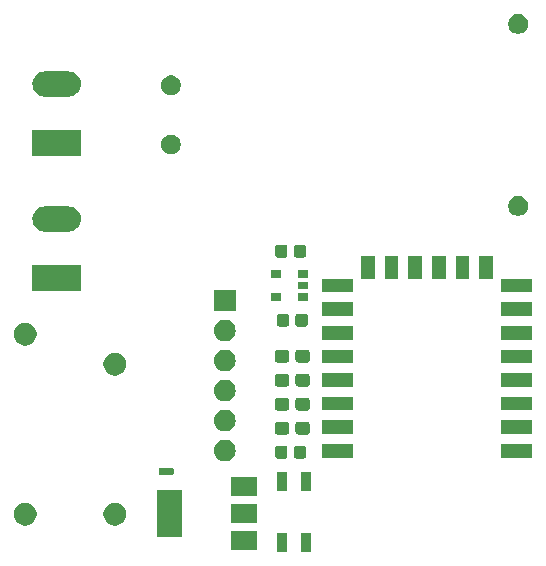
<source format=gts>
G04 #@! TF.GenerationSoftware,KiCad,Pcbnew,5.0.2-bee76a0~70~ubuntu18.04.1*
G04 #@! TF.CreationDate,2019-01-14T20:29:46+01:00*
G04 #@! TF.ProjectId,AC Relay,41432052-656c-4617-992e-6b696361645f,rev?*
G04 #@! TF.SameCoordinates,PX41672a0PY5c0c740*
G04 #@! TF.FileFunction,Soldermask,Top*
G04 #@! TF.FilePolarity,Negative*
%FSLAX46Y46*%
G04 Gerber Fmt 4.6, Leading zero omitted, Abs format (unit mm)*
G04 Created by KiCad (PCBNEW 5.0.2-bee76a0~70~ubuntu18.04.1) date lun 14 ene 2019 20:29:46 CET*
%MOMM*%
%LPD*%
G01*
G04 APERTURE LIST*
%ADD10C,0.100000*%
G04 APERTURE END LIST*
D10*
G36*
X26603000Y1446000D02*
X25753000Y1446000D01*
X25753000Y3046000D01*
X26603000Y3046000D01*
X26603000Y1446000D01*
X26603000Y1446000D01*
G37*
G36*
X28603000Y1446000D02*
X27753000Y1446000D01*
X27753000Y3046000D01*
X28603000Y3046000D01*
X28603000Y1446000D01*
X28603000Y1446000D01*
G37*
G36*
X24037000Y1574000D02*
X21887000Y1574000D01*
X21887000Y3224000D01*
X24037000Y3224000D01*
X24037000Y1574000D01*
X24037000Y1574000D01*
G37*
G36*
X17737000Y2724000D02*
X15587000Y2724000D01*
X15587000Y6674000D01*
X17737000Y6674000D01*
X17737000Y2724000D01*
X17737000Y2724000D01*
G37*
G36*
X4719397Y5592532D02*
X4896836Y5519034D01*
X5056527Y5412332D01*
X5192332Y5276527D01*
X5299034Y5116836D01*
X5372532Y4939397D01*
X5410000Y4751029D01*
X5410000Y4558971D01*
X5372532Y4370603D01*
X5299034Y4193164D01*
X5192332Y4033473D01*
X5056527Y3897668D01*
X4896836Y3790966D01*
X4719397Y3717468D01*
X4531029Y3680000D01*
X4338971Y3680000D01*
X4150603Y3717468D01*
X3973164Y3790966D01*
X3813473Y3897668D01*
X3677668Y4033473D01*
X3570966Y4193164D01*
X3497468Y4370603D01*
X3460000Y4558971D01*
X3460000Y4751029D01*
X3497468Y4939397D01*
X3570966Y5116836D01*
X3677668Y5276527D01*
X3813473Y5412332D01*
X3973164Y5519034D01*
X4150603Y5592532D01*
X4338971Y5630000D01*
X4531029Y5630000D01*
X4719397Y5592532D01*
X4719397Y5592532D01*
G37*
G36*
X12319397Y5592532D02*
X12496836Y5519034D01*
X12656527Y5412332D01*
X12792332Y5276527D01*
X12899034Y5116836D01*
X12972532Y4939397D01*
X13010000Y4751029D01*
X13010000Y4558971D01*
X12972532Y4370603D01*
X12899034Y4193164D01*
X12792332Y4033473D01*
X12656527Y3897668D01*
X12496836Y3790966D01*
X12319397Y3717468D01*
X12131029Y3680000D01*
X11938971Y3680000D01*
X11750603Y3717468D01*
X11573164Y3790966D01*
X11413473Y3897668D01*
X11277668Y4033473D01*
X11170966Y4193164D01*
X11097468Y4370603D01*
X11060000Y4558971D01*
X11060000Y4751029D01*
X11097468Y4939397D01*
X11170966Y5116836D01*
X11277668Y5276527D01*
X11413473Y5412332D01*
X11573164Y5519034D01*
X11750603Y5592532D01*
X11938971Y5630000D01*
X12131029Y5630000D01*
X12319397Y5592532D01*
X12319397Y5592532D01*
G37*
G36*
X24037000Y3874000D02*
X21887000Y3874000D01*
X21887000Y5524000D01*
X24037000Y5524000D01*
X24037000Y3874000D01*
X24037000Y3874000D01*
G37*
G36*
X24037000Y6174000D02*
X21887000Y6174000D01*
X21887000Y7824000D01*
X24037000Y7824000D01*
X24037000Y6174000D01*
X24037000Y6174000D01*
G37*
G36*
X28603000Y6606000D02*
X27753000Y6606000D01*
X27753000Y8206000D01*
X28603000Y8206000D01*
X28603000Y6606000D01*
X28603000Y6606000D01*
G37*
G36*
X26603000Y6606000D02*
X25753000Y6606000D01*
X25753000Y8206000D01*
X26603000Y8206000D01*
X26603000Y6606000D01*
X26603000Y6606000D01*
G37*
G36*
X16307512Y8527966D02*
X16321470Y8523732D01*
X16324076Y8522339D01*
X16346715Y8512962D01*
X16370749Y8508182D01*
X16395253Y8508182D01*
X16419286Y8512963D01*
X16441924Y8522339D01*
X16444530Y8523732D01*
X16458488Y8527966D01*
X16479140Y8530000D01*
X16926860Y8530000D01*
X16947512Y8527966D01*
X16961471Y8523732D01*
X16974333Y8516857D01*
X16985605Y8507605D01*
X16994857Y8496333D01*
X17001732Y8483471D01*
X17005966Y8469512D01*
X17008000Y8448860D01*
X17008000Y8061140D01*
X17005966Y8040488D01*
X17001732Y8026529D01*
X16994857Y8013667D01*
X16985605Y8002395D01*
X16974333Y7993143D01*
X16961471Y7986268D01*
X16947512Y7982034D01*
X16926860Y7980000D01*
X16479140Y7980000D01*
X16458488Y7982034D01*
X16444530Y7986268D01*
X16441924Y7987661D01*
X16419285Y7997038D01*
X16395251Y8001818D01*
X16370747Y8001818D01*
X16346714Y7997037D01*
X16324076Y7987661D01*
X16321470Y7986268D01*
X16307512Y7982034D01*
X16286860Y7980000D01*
X15839140Y7980000D01*
X15818488Y7982034D01*
X15804529Y7986268D01*
X15791667Y7993143D01*
X15780395Y8002395D01*
X15771143Y8013667D01*
X15764268Y8026529D01*
X15760034Y8040488D01*
X15758000Y8061140D01*
X15758000Y8448860D01*
X15760034Y8469512D01*
X15764268Y8483471D01*
X15771143Y8496333D01*
X15780395Y8507605D01*
X15791667Y8516857D01*
X15804529Y8523732D01*
X15818488Y8527966D01*
X15839140Y8530000D01*
X16286860Y8530000D01*
X16307512Y8527966D01*
X16307512Y8527966D01*
G37*
G36*
X21517330Y10944616D02*
X21691696Y10891723D01*
X21852390Y10805830D01*
X21993238Y10690238D01*
X22108830Y10549390D01*
X22194723Y10388696D01*
X22247616Y10214330D01*
X22265475Y10033000D01*
X22247616Y9851670D01*
X22194723Y9677304D01*
X22108830Y9516610D01*
X21993238Y9375762D01*
X21852390Y9260170D01*
X21691696Y9174277D01*
X21517330Y9121384D01*
X21381438Y9108000D01*
X21290562Y9108000D01*
X21154670Y9121384D01*
X20980304Y9174277D01*
X20819610Y9260170D01*
X20678762Y9375762D01*
X20563170Y9516610D01*
X20477277Y9677304D01*
X20424384Y9851670D01*
X20406525Y10033000D01*
X20424384Y10214330D01*
X20477277Y10388696D01*
X20563170Y10549390D01*
X20678762Y10690238D01*
X20819610Y10805830D01*
X20980304Y10891723D01*
X21154670Y10944616D01*
X21290562Y10958000D01*
X21381438Y10958000D01*
X21517330Y10944616D01*
X21517330Y10944616D01*
G37*
G36*
X26492931Y10451684D02*
X26529163Y10440693D01*
X26562554Y10422845D01*
X26591824Y10398824D01*
X26615845Y10369554D01*
X26633693Y10336163D01*
X26644684Y10299931D01*
X26649000Y10256109D01*
X26649000Y9555891D01*
X26644684Y9512069D01*
X26633693Y9475837D01*
X26615845Y9442446D01*
X26591824Y9413176D01*
X26562554Y9389155D01*
X26529163Y9371307D01*
X26492931Y9360316D01*
X26449109Y9356000D01*
X25823891Y9356000D01*
X25780069Y9360316D01*
X25743837Y9371307D01*
X25710446Y9389155D01*
X25681176Y9413176D01*
X25657155Y9442446D01*
X25639307Y9475837D01*
X25628316Y9512069D01*
X25624000Y9555891D01*
X25624000Y10256109D01*
X25628316Y10299931D01*
X25639307Y10336163D01*
X25657155Y10369554D01*
X25681176Y10398824D01*
X25710446Y10422845D01*
X25743837Y10440693D01*
X25780069Y10451684D01*
X25823891Y10456000D01*
X26449109Y10456000D01*
X26492931Y10451684D01*
X26492931Y10451684D01*
G37*
G36*
X28067931Y10451684D02*
X28104163Y10440693D01*
X28137554Y10422845D01*
X28166824Y10398824D01*
X28190845Y10369554D01*
X28208693Y10336163D01*
X28219684Y10299931D01*
X28224000Y10256109D01*
X28224000Y9555891D01*
X28219684Y9512069D01*
X28208693Y9475837D01*
X28190845Y9442446D01*
X28166824Y9413176D01*
X28137554Y9389155D01*
X28104163Y9371307D01*
X28067931Y9360316D01*
X28024109Y9356000D01*
X27398891Y9356000D01*
X27355069Y9360316D01*
X27318837Y9371307D01*
X27285446Y9389155D01*
X27256176Y9413176D01*
X27232155Y9442446D01*
X27214307Y9475837D01*
X27203316Y9512069D01*
X27199000Y9555891D01*
X27199000Y10256109D01*
X27203316Y10299931D01*
X27214307Y10336163D01*
X27232155Y10369554D01*
X27256176Y10398824D01*
X27285446Y10422845D01*
X27318837Y10440693D01*
X27355069Y10451684D01*
X27398891Y10456000D01*
X28024109Y10456000D01*
X28067931Y10451684D01*
X28067931Y10451684D01*
G37*
G36*
X47386000Y9427000D02*
X44736000Y9427000D01*
X44736000Y10577000D01*
X47386000Y10577000D01*
X47386000Y9427000D01*
X47386000Y9427000D01*
G37*
G36*
X32186000Y9427000D02*
X29536000Y9427000D01*
X29536000Y10577000D01*
X32186000Y10577000D01*
X32186000Y9427000D01*
X32186000Y9427000D01*
G37*
G36*
X28354840Y12483324D02*
X28394589Y12471266D01*
X28431223Y12451685D01*
X28463333Y12425333D01*
X28489685Y12393223D01*
X28509266Y12356589D01*
X28521324Y12316840D01*
X28526000Y12269360D01*
X28526000Y11606640D01*
X28521324Y11559160D01*
X28509266Y11519411D01*
X28489685Y11482777D01*
X28463333Y11450667D01*
X28431223Y11424315D01*
X28394589Y11404734D01*
X28354840Y11392676D01*
X28307360Y11388000D01*
X27544640Y11388000D01*
X27497160Y11392676D01*
X27457411Y11404734D01*
X27420777Y11424315D01*
X27388667Y11450667D01*
X27362315Y11482777D01*
X27342734Y11519411D01*
X27330676Y11559160D01*
X27326000Y11606640D01*
X27326000Y12269360D01*
X27330676Y12316840D01*
X27342734Y12356589D01*
X27362315Y12393223D01*
X27388667Y12425333D01*
X27420777Y12451685D01*
X27457411Y12471266D01*
X27497160Y12483324D01*
X27544640Y12488000D01*
X28307360Y12488000D01*
X28354840Y12483324D01*
X28354840Y12483324D01*
G37*
G36*
X26604840Y12483324D02*
X26644589Y12471266D01*
X26681223Y12451685D01*
X26713333Y12425333D01*
X26739685Y12393223D01*
X26759266Y12356589D01*
X26771324Y12316840D01*
X26776000Y12269360D01*
X26776000Y11606640D01*
X26771324Y11559160D01*
X26759266Y11519411D01*
X26739685Y11482777D01*
X26713333Y11450667D01*
X26681223Y11424315D01*
X26644589Y11404734D01*
X26604840Y11392676D01*
X26557360Y11388000D01*
X25794640Y11388000D01*
X25747160Y11392676D01*
X25707411Y11404734D01*
X25670777Y11424315D01*
X25638667Y11450667D01*
X25612315Y11482777D01*
X25592734Y11519411D01*
X25580676Y11559160D01*
X25576000Y11606640D01*
X25576000Y12269360D01*
X25580676Y12316840D01*
X25592734Y12356589D01*
X25612315Y12393223D01*
X25638667Y12425333D01*
X25670777Y12451685D01*
X25707411Y12471266D01*
X25747160Y12483324D01*
X25794640Y12488000D01*
X26557360Y12488000D01*
X26604840Y12483324D01*
X26604840Y12483324D01*
G37*
G36*
X47386000Y11427000D02*
X44736000Y11427000D01*
X44736000Y12577000D01*
X47386000Y12577000D01*
X47386000Y11427000D01*
X47386000Y11427000D01*
G37*
G36*
X32186000Y11427000D02*
X29536000Y11427000D01*
X29536000Y12577000D01*
X32186000Y12577000D01*
X32186000Y11427000D01*
X32186000Y11427000D01*
G37*
G36*
X21517330Y13484616D02*
X21691696Y13431723D01*
X21852390Y13345830D01*
X21993238Y13230238D01*
X22108830Y13089390D01*
X22194723Y12928696D01*
X22247616Y12754330D01*
X22265475Y12573000D01*
X22247616Y12391670D01*
X22194723Y12217304D01*
X22108830Y12056610D01*
X21993238Y11915762D01*
X21852390Y11800170D01*
X21691696Y11714277D01*
X21517330Y11661384D01*
X21381438Y11648000D01*
X21290562Y11648000D01*
X21154670Y11661384D01*
X20980304Y11714277D01*
X20819610Y11800170D01*
X20678762Y11915762D01*
X20563170Y12056610D01*
X20477277Y12217304D01*
X20424384Y12391670D01*
X20406525Y12573000D01*
X20424384Y12754330D01*
X20477277Y12928696D01*
X20563170Y13089390D01*
X20678762Y13230238D01*
X20819610Y13345830D01*
X20980304Y13431723D01*
X21154670Y13484616D01*
X21290562Y13498000D01*
X21381438Y13498000D01*
X21517330Y13484616D01*
X21517330Y13484616D01*
G37*
G36*
X26604840Y14515324D02*
X26644589Y14503266D01*
X26681223Y14483685D01*
X26713333Y14457333D01*
X26739685Y14425223D01*
X26759266Y14388589D01*
X26771324Y14348840D01*
X26776000Y14301360D01*
X26776000Y13638640D01*
X26771324Y13591160D01*
X26759266Y13551411D01*
X26739685Y13514777D01*
X26713333Y13482667D01*
X26681223Y13456315D01*
X26644589Y13436734D01*
X26604840Y13424676D01*
X26557360Y13420000D01*
X25794640Y13420000D01*
X25747160Y13424676D01*
X25707411Y13436734D01*
X25670777Y13456315D01*
X25638667Y13482667D01*
X25612315Y13514777D01*
X25592734Y13551411D01*
X25580676Y13591160D01*
X25576000Y13638640D01*
X25576000Y14301360D01*
X25580676Y14348840D01*
X25592734Y14388589D01*
X25612315Y14425223D01*
X25638667Y14457333D01*
X25670777Y14483685D01*
X25707411Y14503266D01*
X25747160Y14515324D01*
X25794640Y14520000D01*
X26557360Y14520000D01*
X26604840Y14515324D01*
X26604840Y14515324D01*
G37*
G36*
X28354840Y14515324D02*
X28394589Y14503266D01*
X28431223Y14483685D01*
X28463333Y14457333D01*
X28489685Y14425223D01*
X28509266Y14388589D01*
X28521324Y14348840D01*
X28526000Y14301360D01*
X28526000Y13638640D01*
X28521324Y13591160D01*
X28509266Y13551411D01*
X28489685Y13514777D01*
X28463333Y13482667D01*
X28431223Y13456315D01*
X28394589Y13436734D01*
X28354840Y13424676D01*
X28307360Y13420000D01*
X27544640Y13420000D01*
X27497160Y13424676D01*
X27457411Y13436734D01*
X27420777Y13456315D01*
X27388667Y13482667D01*
X27362315Y13514777D01*
X27342734Y13551411D01*
X27330676Y13591160D01*
X27326000Y13638640D01*
X27326000Y14301360D01*
X27330676Y14348840D01*
X27342734Y14388589D01*
X27362315Y14425223D01*
X27388667Y14457333D01*
X27420777Y14483685D01*
X27457411Y14503266D01*
X27497160Y14515324D01*
X27544640Y14520000D01*
X28307360Y14520000D01*
X28354840Y14515324D01*
X28354840Y14515324D01*
G37*
G36*
X32186000Y13427000D02*
X29536000Y13427000D01*
X29536000Y14577000D01*
X32186000Y14577000D01*
X32186000Y13427000D01*
X32186000Y13427000D01*
G37*
G36*
X47386000Y13427000D02*
X44736000Y13427000D01*
X44736000Y14577000D01*
X47386000Y14577000D01*
X47386000Y13427000D01*
X47386000Y13427000D01*
G37*
G36*
X21517330Y16024616D02*
X21691696Y15971723D01*
X21852390Y15885830D01*
X21993238Y15770238D01*
X22108830Y15629390D01*
X22194723Y15468696D01*
X22247616Y15294330D01*
X22265475Y15113000D01*
X22247616Y14931670D01*
X22194723Y14757304D01*
X22108830Y14596610D01*
X21993238Y14455762D01*
X21852390Y14340170D01*
X21691696Y14254277D01*
X21517330Y14201384D01*
X21381438Y14188000D01*
X21290562Y14188000D01*
X21154670Y14201384D01*
X20980304Y14254277D01*
X20819610Y14340170D01*
X20678762Y14455762D01*
X20563170Y14596610D01*
X20477277Y14757304D01*
X20424384Y14931670D01*
X20406525Y15113000D01*
X20424384Y15294330D01*
X20477277Y15468696D01*
X20563170Y15629390D01*
X20678762Y15770238D01*
X20819610Y15885830D01*
X20980304Y15971723D01*
X21154670Y16024616D01*
X21290562Y16038000D01*
X21381438Y16038000D01*
X21517330Y16024616D01*
X21517330Y16024616D01*
G37*
G36*
X47386000Y15427000D02*
X44736000Y15427000D01*
X44736000Y16577000D01*
X47386000Y16577000D01*
X47386000Y15427000D01*
X47386000Y15427000D01*
G37*
G36*
X32186000Y15427000D02*
X29536000Y15427000D01*
X29536000Y16577000D01*
X32186000Y16577000D01*
X32186000Y15427000D01*
X32186000Y15427000D01*
G37*
G36*
X28354840Y16547324D02*
X28394589Y16535266D01*
X28431223Y16515685D01*
X28463333Y16489333D01*
X28489685Y16457223D01*
X28509266Y16420589D01*
X28521324Y16380840D01*
X28526000Y16333360D01*
X28526000Y15670640D01*
X28521324Y15623160D01*
X28509266Y15583411D01*
X28489685Y15546777D01*
X28463333Y15514667D01*
X28431223Y15488315D01*
X28394589Y15468734D01*
X28354840Y15456676D01*
X28307360Y15452000D01*
X27544640Y15452000D01*
X27497160Y15456676D01*
X27457411Y15468734D01*
X27420777Y15488315D01*
X27388667Y15514667D01*
X27362315Y15546777D01*
X27342734Y15583411D01*
X27330676Y15623160D01*
X27326000Y15670640D01*
X27326000Y16333360D01*
X27330676Y16380840D01*
X27342734Y16420589D01*
X27362315Y16457223D01*
X27388667Y16489333D01*
X27420777Y16515685D01*
X27457411Y16535266D01*
X27497160Y16547324D01*
X27544640Y16552000D01*
X28307360Y16552000D01*
X28354840Y16547324D01*
X28354840Y16547324D01*
G37*
G36*
X26604840Y16547324D02*
X26644589Y16535266D01*
X26681223Y16515685D01*
X26713333Y16489333D01*
X26739685Y16457223D01*
X26759266Y16420589D01*
X26771324Y16380840D01*
X26776000Y16333360D01*
X26776000Y15670640D01*
X26771324Y15623160D01*
X26759266Y15583411D01*
X26739685Y15546777D01*
X26713333Y15514667D01*
X26681223Y15488315D01*
X26644589Y15468734D01*
X26604840Y15456676D01*
X26557360Y15452000D01*
X25794640Y15452000D01*
X25747160Y15456676D01*
X25707411Y15468734D01*
X25670777Y15488315D01*
X25638667Y15514667D01*
X25612315Y15546777D01*
X25592734Y15583411D01*
X25580676Y15623160D01*
X25576000Y15670640D01*
X25576000Y16333360D01*
X25580676Y16380840D01*
X25592734Y16420589D01*
X25612315Y16457223D01*
X25638667Y16489333D01*
X25670777Y16515685D01*
X25707411Y16535266D01*
X25747160Y16547324D01*
X25794640Y16552000D01*
X26557360Y16552000D01*
X26604840Y16547324D01*
X26604840Y16547324D01*
G37*
G36*
X12319397Y18292532D02*
X12496836Y18219034D01*
X12656527Y18112332D01*
X12792332Y17976527D01*
X12899034Y17816836D01*
X12972532Y17639397D01*
X13010000Y17451029D01*
X13010000Y17258971D01*
X12972532Y17070603D01*
X12899034Y16893164D01*
X12792332Y16733473D01*
X12656527Y16597668D01*
X12496836Y16490966D01*
X12319397Y16417468D01*
X12131029Y16380000D01*
X11938971Y16380000D01*
X11750603Y16417468D01*
X11573164Y16490966D01*
X11413473Y16597668D01*
X11277668Y16733473D01*
X11170966Y16893164D01*
X11097468Y17070603D01*
X11060000Y17258971D01*
X11060000Y17451029D01*
X11097468Y17639397D01*
X11170966Y17816836D01*
X11277668Y17976527D01*
X11413473Y18112332D01*
X11573164Y18219034D01*
X11750603Y18292532D01*
X11938971Y18330000D01*
X12131029Y18330000D01*
X12319397Y18292532D01*
X12319397Y18292532D01*
G37*
G36*
X21517330Y18564616D02*
X21691696Y18511723D01*
X21852390Y18425830D01*
X21993238Y18310238D01*
X22108830Y18169390D01*
X22194723Y18008696D01*
X22247616Y17834330D01*
X22265475Y17653000D01*
X22247616Y17471670D01*
X22194723Y17297304D01*
X22108830Y17136610D01*
X21993238Y16995762D01*
X21852390Y16880170D01*
X21691696Y16794277D01*
X21517330Y16741384D01*
X21381438Y16728000D01*
X21290562Y16728000D01*
X21154670Y16741384D01*
X20980304Y16794277D01*
X20819610Y16880170D01*
X20678762Y16995762D01*
X20563170Y17136610D01*
X20477277Y17297304D01*
X20424384Y17471670D01*
X20406525Y17653000D01*
X20424384Y17834330D01*
X20477277Y18008696D01*
X20563170Y18169390D01*
X20678762Y18310238D01*
X20819610Y18425830D01*
X20980304Y18511723D01*
X21154670Y18564616D01*
X21290562Y18578000D01*
X21381438Y18578000D01*
X21517330Y18564616D01*
X21517330Y18564616D01*
G37*
G36*
X32186000Y17427000D02*
X29536000Y17427000D01*
X29536000Y18577000D01*
X32186000Y18577000D01*
X32186000Y17427000D01*
X32186000Y17427000D01*
G37*
G36*
X47386000Y17427000D02*
X44736000Y17427000D01*
X44736000Y18577000D01*
X47386000Y18577000D01*
X47386000Y17427000D01*
X47386000Y17427000D01*
G37*
G36*
X28354840Y18579324D02*
X28394589Y18567266D01*
X28431223Y18547685D01*
X28463333Y18521333D01*
X28489685Y18489223D01*
X28509266Y18452589D01*
X28521324Y18412840D01*
X28526000Y18365360D01*
X28526000Y17702640D01*
X28521324Y17655160D01*
X28509266Y17615411D01*
X28489685Y17578777D01*
X28463333Y17546667D01*
X28431223Y17520315D01*
X28394589Y17500734D01*
X28354840Y17488676D01*
X28307360Y17484000D01*
X27544640Y17484000D01*
X27497160Y17488676D01*
X27457411Y17500734D01*
X27420777Y17520315D01*
X27388667Y17546667D01*
X27362315Y17578777D01*
X27342734Y17615411D01*
X27330676Y17655160D01*
X27326000Y17702640D01*
X27326000Y18365360D01*
X27330676Y18412840D01*
X27342734Y18452589D01*
X27362315Y18489223D01*
X27388667Y18521333D01*
X27420777Y18547685D01*
X27457411Y18567266D01*
X27497160Y18579324D01*
X27544640Y18584000D01*
X28307360Y18584000D01*
X28354840Y18579324D01*
X28354840Y18579324D01*
G37*
G36*
X26604840Y18579324D02*
X26644589Y18567266D01*
X26681223Y18547685D01*
X26713333Y18521333D01*
X26739685Y18489223D01*
X26759266Y18452589D01*
X26771324Y18412840D01*
X26776000Y18365360D01*
X26776000Y17702640D01*
X26771324Y17655160D01*
X26759266Y17615411D01*
X26739685Y17578777D01*
X26713333Y17546667D01*
X26681223Y17520315D01*
X26644589Y17500734D01*
X26604840Y17488676D01*
X26557360Y17484000D01*
X25794640Y17484000D01*
X25747160Y17488676D01*
X25707411Y17500734D01*
X25670777Y17520315D01*
X25638667Y17546667D01*
X25612315Y17578777D01*
X25592734Y17615411D01*
X25580676Y17655160D01*
X25576000Y17702640D01*
X25576000Y18365360D01*
X25580676Y18412840D01*
X25592734Y18452589D01*
X25612315Y18489223D01*
X25638667Y18521333D01*
X25670777Y18547685D01*
X25707411Y18567266D01*
X25747160Y18579324D01*
X25794640Y18584000D01*
X26557360Y18584000D01*
X26604840Y18579324D01*
X26604840Y18579324D01*
G37*
G36*
X4719397Y20832532D02*
X4896836Y20759034D01*
X5056527Y20652332D01*
X5192332Y20516527D01*
X5299034Y20356836D01*
X5372532Y20179397D01*
X5410000Y19991029D01*
X5410000Y19798971D01*
X5372532Y19610603D01*
X5299034Y19433164D01*
X5192332Y19273473D01*
X5056527Y19137668D01*
X4896836Y19030966D01*
X4719397Y18957468D01*
X4531029Y18920000D01*
X4338971Y18920000D01*
X4150603Y18957468D01*
X3973164Y19030966D01*
X3813473Y19137668D01*
X3677668Y19273473D01*
X3570966Y19433164D01*
X3497468Y19610603D01*
X3460000Y19798971D01*
X3460000Y19991029D01*
X3497468Y20179397D01*
X3570966Y20356836D01*
X3677668Y20516527D01*
X3813473Y20652332D01*
X3973164Y20759034D01*
X4150603Y20832532D01*
X4338971Y20870000D01*
X4531029Y20870000D01*
X4719397Y20832532D01*
X4719397Y20832532D01*
G37*
G36*
X21517330Y21104616D02*
X21691696Y21051723D01*
X21852390Y20965830D01*
X21993238Y20850238D01*
X22108830Y20709390D01*
X22194723Y20548696D01*
X22247616Y20374330D01*
X22265475Y20193000D01*
X22247616Y20011670D01*
X22194723Y19837304D01*
X22108830Y19676610D01*
X21993238Y19535762D01*
X21852390Y19420170D01*
X21691696Y19334277D01*
X21517330Y19281384D01*
X21381438Y19268000D01*
X21290562Y19268000D01*
X21154670Y19281384D01*
X20980304Y19334277D01*
X20819610Y19420170D01*
X20678762Y19535762D01*
X20563170Y19676610D01*
X20477277Y19837304D01*
X20424384Y20011670D01*
X20406525Y20193000D01*
X20424384Y20374330D01*
X20477277Y20548696D01*
X20563170Y20709390D01*
X20678762Y20850238D01*
X20819610Y20965830D01*
X20980304Y21051723D01*
X21154670Y21104616D01*
X21290562Y21118000D01*
X21381438Y21118000D01*
X21517330Y21104616D01*
X21517330Y21104616D01*
G37*
G36*
X47386000Y19427000D02*
X44736000Y19427000D01*
X44736000Y20577000D01*
X47386000Y20577000D01*
X47386000Y19427000D01*
X47386000Y19427000D01*
G37*
G36*
X32186000Y19427000D02*
X29536000Y19427000D01*
X29536000Y20577000D01*
X32186000Y20577000D01*
X32186000Y19427000D01*
X32186000Y19427000D01*
G37*
G36*
X28194931Y21627684D02*
X28231163Y21616693D01*
X28264554Y21598845D01*
X28293824Y21574824D01*
X28317845Y21545554D01*
X28335693Y21512163D01*
X28346684Y21475931D01*
X28351000Y21432109D01*
X28351000Y20731891D01*
X28346684Y20688069D01*
X28335693Y20651837D01*
X28317845Y20618446D01*
X28293824Y20589176D01*
X28264554Y20565155D01*
X28231163Y20547307D01*
X28194931Y20536316D01*
X28151109Y20532000D01*
X27525891Y20532000D01*
X27482069Y20536316D01*
X27445837Y20547307D01*
X27412446Y20565155D01*
X27383176Y20589176D01*
X27359155Y20618446D01*
X27341307Y20651837D01*
X27330316Y20688069D01*
X27326000Y20731891D01*
X27326000Y21432109D01*
X27330316Y21475931D01*
X27341307Y21512163D01*
X27359155Y21545554D01*
X27383176Y21574824D01*
X27412446Y21598845D01*
X27445837Y21616693D01*
X27482069Y21627684D01*
X27525891Y21632000D01*
X28151109Y21632000D01*
X28194931Y21627684D01*
X28194931Y21627684D01*
G37*
G36*
X26619931Y21627684D02*
X26656163Y21616693D01*
X26689554Y21598845D01*
X26718824Y21574824D01*
X26742845Y21545554D01*
X26760693Y21512163D01*
X26771684Y21475931D01*
X26776000Y21432109D01*
X26776000Y20731891D01*
X26771684Y20688069D01*
X26760693Y20651837D01*
X26742845Y20618446D01*
X26718824Y20589176D01*
X26689554Y20565155D01*
X26656163Y20547307D01*
X26619931Y20536316D01*
X26576109Y20532000D01*
X25950891Y20532000D01*
X25907069Y20536316D01*
X25870837Y20547307D01*
X25837446Y20565155D01*
X25808176Y20589176D01*
X25784155Y20618446D01*
X25766307Y20651837D01*
X25755316Y20688069D01*
X25751000Y20731891D01*
X25751000Y21432109D01*
X25755316Y21475931D01*
X25766307Y21512163D01*
X25784155Y21545554D01*
X25808176Y21574824D01*
X25837446Y21598845D01*
X25870837Y21616693D01*
X25907069Y21627684D01*
X25950891Y21632000D01*
X26576109Y21632000D01*
X26619931Y21627684D01*
X26619931Y21627684D01*
G37*
G36*
X47386000Y21427000D02*
X44736000Y21427000D01*
X44736000Y22577000D01*
X47386000Y22577000D01*
X47386000Y21427000D01*
X47386000Y21427000D01*
G37*
G36*
X32186000Y21427000D02*
X29536000Y21427000D01*
X29536000Y22577000D01*
X32186000Y22577000D01*
X32186000Y21427000D01*
X32186000Y21427000D01*
G37*
G36*
X22261000Y21808000D02*
X20411000Y21808000D01*
X20411000Y23658000D01*
X22261000Y23658000D01*
X22261000Y21808000D01*
X22261000Y21808000D01*
G37*
G36*
X28382000Y22723000D02*
X27532000Y22723000D01*
X27532000Y23383000D01*
X28382000Y23383000D01*
X28382000Y22723000D01*
X28382000Y22723000D01*
G37*
G36*
X26062000Y22723000D02*
X25212000Y22723000D01*
X25212000Y23383000D01*
X26062000Y23383000D01*
X26062000Y22723000D01*
X26062000Y22723000D01*
G37*
G36*
X32186000Y23427000D02*
X29536000Y23427000D01*
X29536000Y24577000D01*
X32186000Y24577000D01*
X32186000Y23427000D01*
X32186000Y23427000D01*
G37*
G36*
X47386000Y23427000D02*
X44736000Y23427000D01*
X44736000Y24577000D01*
X47386000Y24577000D01*
X47386000Y23427000D01*
X47386000Y23427000D01*
G37*
G36*
X9167000Y23573000D02*
X5057000Y23573000D01*
X5057000Y25703000D01*
X9167000Y25703000D01*
X9167000Y23573000D01*
X9167000Y23573000D01*
G37*
G36*
X28382000Y23673000D02*
X27532000Y23673000D01*
X27532000Y24333000D01*
X28382000Y24333000D01*
X28382000Y23673000D01*
X28382000Y23673000D01*
G37*
G36*
X34036000Y24527000D02*
X32886000Y24527000D01*
X32886000Y26477000D01*
X34036000Y26477000D01*
X34036000Y24527000D01*
X34036000Y24527000D01*
G37*
G36*
X36036000Y24527000D02*
X34886000Y24527000D01*
X34886000Y26477000D01*
X36036000Y26477000D01*
X36036000Y24527000D01*
X36036000Y24527000D01*
G37*
G36*
X40036000Y24527000D02*
X38886000Y24527000D01*
X38886000Y26477000D01*
X40036000Y26477000D01*
X40036000Y24527000D01*
X40036000Y24527000D01*
G37*
G36*
X42036000Y24527000D02*
X40886000Y24527000D01*
X40886000Y26477000D01*
X42036000Y26477000D01*
X42036000Y24527000D01*
X42036000Y24527000D01*
G37*
G36*
X44036000Y24527000D02*
X42886000Y24527000D01*
X42886000Y26477000D01*
X44036000Y26477000D01*
X44036000Y24527000D01*
X44036000Y24527000D01*
G37*
G36*
X38036000Y24527000D02*
X36886000Y24527000D01*
X36886000Y26477000D01*
X38036000Y26477000D01*
X38036000Y24527000D01*
X38036000Y24527000D01*
G37*
G36*
X28382000Y24623000D02*
X27532000Y24623000D01*
X27532000Y25283000D01*
X28382000Y25283000D01*
X28382000Y24623000D01*
X28382000Y24623000D01*
G37*
G36*
X26062000Y24623000D02*
X25212000Y24623000D01*
X25212000Y25283000D01*
X26062000Y25283000D01*
X26062000Y24623000D01*
X26062000Y24623000D01*
G37*
G36*
X28067931Y27469684D02*
X28104163Y27458693D01*
X28137554Y27440845D01*
X28166824Y27416824D01*
X28190845Y27387554D01*
X28208693Y27354163D01*
X28219684Y27317931D01*
X28224000Y27274109D01*
X28224000Y26573891D01*
X28219684Y26530069D01*
X28208693Y26493837D01*
X28190845Y26460446D01*
X28166824Y26431176D01*
X28137554Y26407155D01*
X28104163Y26389307D01*
X28067931Y26378316D01*
X28024109Y26374000D01*
X27398891Y26374000D01*
X27355069Y26378316D01*
X27318837Y26389307D01*
X27285446Y26407155D01*
X27256176Y26431176D01*
X27232155Y26460446D01*
X27214307Y26493837D01*
X27203316Y26530069D01*
X27199000Y26573891D01*
X27199000Y27274109D01*
X27203316Y27317931D01*
X27214307Y27354163D01*
X27232155Y27387554D01*
X27256176Y27416824D01*
X27285446Y27440845D01*
X27318837Y27458693D01*
X27355069Y27469684D01*
X27398891Y27474000D01*
X28024109Y27474000D01*
X28067931Y27469684D01*
X28067931Y27469684D01*
G37*
G36*
X26492931Y27469684D02*
X26529163Y27458693D01*
X26562554Y27440845D01*
X26591824Y27416824D01*
X26615845Y27387554D01*
X26633693Y27354163D01*
X26644684Y27317931D01*
X26649000Y27274109D01*
X26649000Y26573891D01*
X26644684Y26530069D01*
X26633693Y26493837D01*
X26615845Y26460446D01*
X26591824Y26431176D01*
X26562554Y26407155D01*
X26529163Y26389307D01*
X26492931Y26378316D01*
X26449109Y26374000D01*
X25823891Y26374000D01*
X25780069Y26378316D01*
X25743837Y26389307D01*
X25710446Y26407155D01*
X25681176Y26431176D01*
X25657155Y26460446D01*
X25639307Y26493837D01*
X25628316Y26530069D01*
X25624000Y26573891D01*
X25624000Y27274109D01*
X25628316Y27317931D01*
X25639307Y27354163D01*
X25657155Y27387554D01*
X25681176Y27416824D01*
X25710446Y27440845D01*
X25743837Y27458693D01*
X25780069Y27469684D01*
X25823891Y27474000D01*
X26449109Y27474000D01*
X26492931Y27469684D01*
X26492931Y27469684D01*
G37*
G36*
X8271661Y30691443D02*
X8310778Y30687590D01*
X8444612Y30646991D01*
X8511530Y30626692D01*
X8696545Y30527800D01*
X8858712Y30394712D01*
X8991800Y30232545D01*
X9090692Y30047530D01*
X9090692Y30047529D01*
X9151590Y29846778D01*
X9151590Y29846776D01*
X9172153Y29638000D01*
X9154974Y29463580D01*
X9151590Y29429222D01*
X9110991Y29295388D01*
X9090692Y29228470D01*
X8991800Y29043455D01*
X8858712Y28881288D01*
X8696545Y28748200D01*
X8511530Y28649308D01*
X8444612Y28629009D01*
X8310778Y28588410D01*
X8271661Y28584557D01*
X8154318Y28573000D01*
X6069682Y28573000D01*
X5952339Y28584557D01*
X5913222Y28588410D01*
X5779388Y28629009D01*
X5712470Y28649308D01*
X5527455Y28748200D01*
X5365288Y28881288D01*
X5232200Y29043455D01*
X5133308Y29228470D01*
X5113009Y29295388D01*
X5072410Y29429222D01*
X5069026Y29463580D01*
X5051847Y29638000D01*
X5072410Y29846776D01*
X5072410Y29846778D01*
X5133308Y30047529D01*
X5133308Y30047530D01*
X5232200Y30232545D01*
X5365288Y30394712D01*
X5527455Y30527800D01*
X5712470Y30626692D01*
X5779388Y30646991D01*
X5913222Y30687590D01*
X5952339Y30691443D01*
X6069682Y30703000D01*
X8154318Y30703000D01*
X8271661Y30691443D01*
X8271661Y30691443D01*
G37*
G36*
X46422144Y31552835D02*
X46574469Y31489740D01*
X46711557Y31398140D01*
X46828140Y31281557D01*
X46919740Y31144469D01*
X46982835Y30992144D01*
X47015000Y30830439D01*
X47015000Y30665561D01*
X46982835Y30503856D01*
X46919740Y30351531D01*
X46828140Y30214443D01*
X46711557Y30097860D01*
X46574469Y30006260D01*
X46422144Y29943165D01*
X46260439Y29911000D01*
X46095561Y29911000D01*
X45933856Y29943165D01*
X45781531Y30006260D01*
X45644443Y30097860D01*
X45527860Y30214443D01*
X45436260Y30351531D01*
X45373165Y30503856D01*
X45341000Y30665561D01*
X45341000Y30830439D01*
X45373165Y30992144D01*
X45436260Y31144469D01*
X45527860Y31281557D01*
X45644443Y31398140D01*
X45781531Y31489740D01*
X45933856Y31552835D01*
X46095561Y31585000D01*
X46260439Y31585000D01*
X46422144Y31552835D01*
X46422144Y31552835D01*
G37*
G36*
X9167000Y35003000D02*
X5057000Y35003000D01*
X5057000Y37133000D01*
X9167000Y37133000D01*
X9167000Y35003000D01*
X9167000Y35003000D01*
G37*
G36*
X17022144Y36752835D02*
X17174469Y36689740D01*
X17311557Y36598140D01*
X17428140Y36481557D01*
X17519740Y36344469D01*
X17582835Y36192144D01*
X17615000Y36030439D01*
X17615000Y35865561D01*
X17582835Y35703856D01*
X17519740Y35551531D01*
X17428140Y35414443D01*
X17311557Y35297860D01*
X17174469Y35206260D01*
X17022144Y35143165D01*
X16860439Y35111000D01*
X16695561Y35111000D01*
X16533856Y35143165D01*
X16381531Y35206260D01*
X16244443Y35297860D01*
X16127860Y35414443D01*
X16036260Y35551531D01*
X15973165Y35703856D01*
X15941000Y35865561D01*
X15941000Y36030439D01*
X15973165Y36192144D01*
X16036260Y36344469D01*
X16127860Y36481557D01*
X16244443Y36598140D01*
X16381531Y36689740D01*
X16533856Y36752835D01*
X16695561Y36785000D01*
X16860439Y36785000D01*
X17022144Y36752835D01*
X17022144Y36752835D01*
G37*
G36*
X8271661Y42121443D02*
X8310778Y42117590D01*
X8444612Y42076991D01*
X8511530Y42056692D01*
X8696545Y41957800D01*
X8858712Y41824712D01*
X8991800Y41662545D01*
X9090692Y41477530D01*
X9090692Y41477529D01*
X9151590Y41276778D01*
X9151590Y41276776D01*
X9172153Y41068000D01*
X9168453Y41030439D01*
X9151590Y40859222D01*
X9110991Y40725388D01*
X9090692Y40658470D01*
X8991800Y40473455D01*
X8858712Y40311288D01*
X8696545Y40178200D01*
X8511530Y40079308D01*
X8444612Y40059009D01*
X8310778Y40018410D01*
X8271662Y40014558D01*
X8154318Y40003000D01*
X6069682Y40003000D01*
X5952338Y40014558D01*
X5913222Y40018410D01*
X5779388Y40059009D01*
X5712470Y40079308D01*
X5527455Y40178200D01*
X5365288Y40311288D01*
X5232200Y40473455D01*
X5133308Y40658470D01*
X5113009Y40725388D01*
X5072410Y40859222D01*
X5055547Y41030439D01*
X5051847Y41068000D01*
X5072410Y41276776D01*
X5072410Y41276778D01*
X5133308Y41477529D01*
X5133308Y41477530D01*
X5232200Y41662545D01*
X5365288Y41824712D01*
X5527455Y41957800D01*
X5712470Y42056692D01*
X5779388Y42076991D01*
X5913222Y42117590D01*
X5952339Y42121443D01*
X6069682Y42133000D01*
X8154318Y42133000D01*
X8271661Y42121443D01*
X8271661Y42121443D01*
G37*
G36*
X17022144Y41752835D02*
X17174469Y41689740D01*
X17311557Y41598140D01*
X17428140Y41481557D01*
X17519740Y41344469D01*
X17582835Y41192144D01*
X17615000Y41030439D01*
X17615000Y40865561D01*
X17582835Y40703856D01*
X17519740Y40551531D01*
X17428140Y40414443D01*
X17311557Y40297860D01*
X17174469Y40206260D01*
X17022144Y40143165D01*
X16860439Y40111000D01*
X16695561Y40111000D01*
X16533856Y40143165D01*
X16381531Y40206260D01*
X16244443Y40297860D01*
X16127860Y40414443D01*
X16036260Y40551531D01*
X15973165Y40703856D01*
X15941000Y40865561D01*
X15941000Y41030439D01*
X15973165Y41192144D01*
X16036260Y41344469D01*
X16127860Y41481557D01*
X16244443Y41598140D01*
X16381531Y41689740D01*
X16533856Y41752835D01*
X16695561Y41785000D01*
X16860439Y41785000D01*
X17022144Y41752835D01*
X17022144Y41752835D01*
G37*
G36*
X46422144Y46952835D02*
X46574469Y46889740D01*
X46711557Y46798140D01*
X46828140Y46681557D01*
X46919740Y46544469D01*
X46982835Y46392144D01*
X47015000Y46230439D01*
X47015000Y46065561D01*
X46982835Y45903856D01*
X46919740Y45751531D01*
X46828140Y45614443D01*
X46711557Y45497860D01*
X46574469Y45406260D01*
X46422144Y45343165D01*
X46260439Y45311000D01*
X46095561Y45311000D01*
X45933856Y45343165D01*
X45781531Y45406260D01*
X45644443Y45497860D01*
X45527860Y45614443D01*
X45436260Y45751531D01*
X45373165Y45903856D01*
X45341000Y46065561D01*
X45341000Y46230439D01*
X45373165Y46392144D01*
X45436260Y46544469D01*
X45527860Y46681557D01*
X45644443Y46798140D01*
X45781531Y46889740D01*
X45933856Y46952835D01*
X46095561Y46985000D01*
X46260439Y46985000D01*
X46422144Y46952835D01*
X46422144Y46952835D01*
G37*
M02*

</source>
